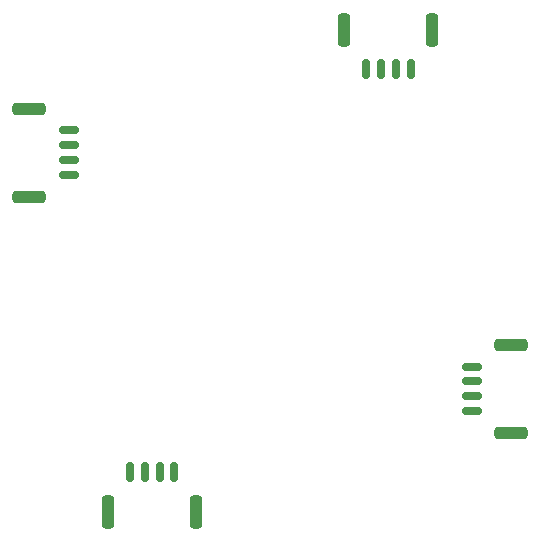
<source format=gbr>
%TF.GenerationSoftware,KiCad,Pcbnew,8.0.3*%
%TF.CreationDate,2024-06-18T01:56:10+08:00*%
%TF.ProjectId,imu-rounded,696d752d-726f-4756-9e64-65642e6b6963,rev?*%
%TF.SameCoordinates,Original*%
%TF.FileFunction,Paste,Top*%
%TF.FilePolarity,Positive*%
%FSLAX46Y46*%
G04 Gerber Fmt 4.6, Leading zero omitted, Abs format (unit mm)*
G04 Created by KiCad (PCBNEW 8.0.3) date 2024-06-18 01:56:10*
%MOMM*%
%LPD*%
G01*
G04 APERTURE LIST*
G04 Aperture macros list*
%AMRoundRect*
0 Rectangle with rounded corners*
0 $1 Rounding radius*
0 $2 $3 $4 $5 $6 $7 $8 $9 X,Y pos of 4 corners*
0 Add a 4 corners polygon primitive as box body*
4,1,4,$2,$3,$4,$5,$6,$7,$8,$9,$2,$3,0*
0 Add four circle primitives for the rounded corners*
1,1,$1+$1,$2,$3*
1,1,$1+$1,$4,$5*
1,1,$1+$1,$6,$7*
1,1,$1+$1,$8,$9*
0 Add four rect primitives between the rounded corners*
20,1,$1+$1,$2,$3,$4,$5,0*
20,1,$1+$1,$4,$5,$6,$7,0*
20,1,$1+$1,$6,$7,$8,$9,0*
20,1,$1+$1,$8,$9,$2,$3,0*%
G04 Aperture macros list end*
%ADD10RoundRect,0.150000X0.700000X-0.150000X0.700000X0.150000X-0.700000X0.150000X-0.700000X-0.150000X0*%
%ADD11RoundRect,0.250000X1.150000X-0.250000X1.150000X0.250000X-1.150000X0.250000X-1.150000X-0.250000X0*%
%ADD12RoundRect,0.150000X0.150000X0.700000X-0.150000X0.700000X-0.150000X-0.700000X0.150000X-0.700000X0*%
%ADD13RoundRect,0.250000X0.250000X1.150000X-0.250000X1.150000X-0.250000X-1.150000X0.250000X-1.150000X0*%
%ADD14RoundRect,0.150000X-0.700000X0.150000X-0.700000X-0.150000X0.700000X-0.150000X0.700000X0.150000X0*%
%ADD15RoundRect,0.250000X-1.150000X0.250000X-1.150000X-0.250000X1.150000X-0.250000X1.150000X0.250000X0*%
%ADD16RoundRect,0.150000X-0.150000X-0.700000X0.150000X-0.700000X0.150000X0.700000X-0.150000X0.700000X0*%
%ADD17RoundRect,0.250000X-0.250000X-1.150000X0.250000X-1.150000X0.250000X1.150000X-0.250000X1.150000X0*%
G04 APERTURE END LIST*
D10*
%TO.C,T4*%
X82950000Y-91875000D03*
X82950000Y-90625000D03*
X82950000Y-89375000D03*
X82950000Y-88125000D03*
D11*
X79600000Y-93725000D03*
X79600000Y-86275000D03*
%TD*%
D12*
%TO.C,T3*%
X91875000Y-117050000D03*
X90625000Y-117050000D03*
X89375000Y-117050000D03*
X88125000Y-117050000D03*
D13*
X93725000Y-120400000D03*
X86275000Y-120400000D03*
%TD*%
D14*
%TO.C,T2*%
X117050000Y-108125000D03*
X117050000Y-109375000D03*
X117050000Y-110625000D03*
X117050000Y-111875000D03*
D15*
X120400000Y-106275000D03*
X120400000Y-113725000D03*
%TD*%
D16*
%TO.C,T1*%
X108125000Y-82950000D03*
X109375000Y-82950000D03*
X110625000Y-82950000D03*
X111875000Y-82950000D03*
D17*
X106275000Y-79600000D03*
X113725000Y-79600000D03*
%TD*%
M02*

</source>
